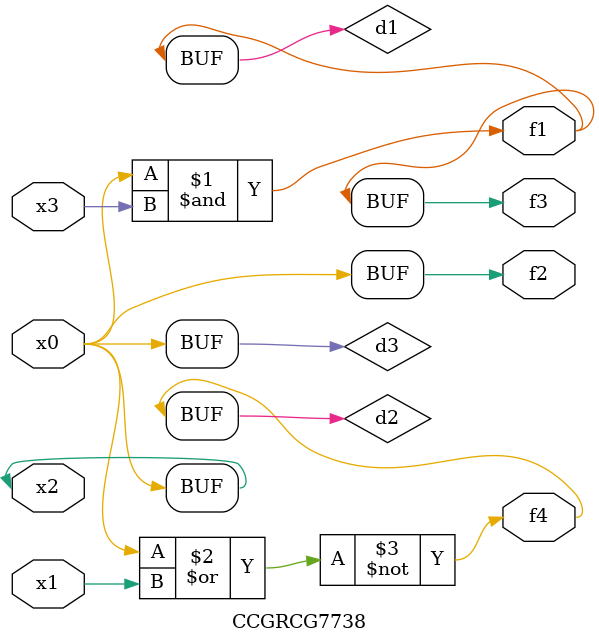
<source format=v>
module CCGRCG7738(
	input x0, x1, x2, x3,
	output f1, f2, f3, f4
);

	wire d1, d2, d3;

	and (d1, x2, x3);
	nor (d2, x0, x1);
	buf (d3, x0, x2);
	assign f1 = d1;
	assign f2 = d3;
	assign f3 = d1;
	assign f4 = d2;
endmodule

</source>
